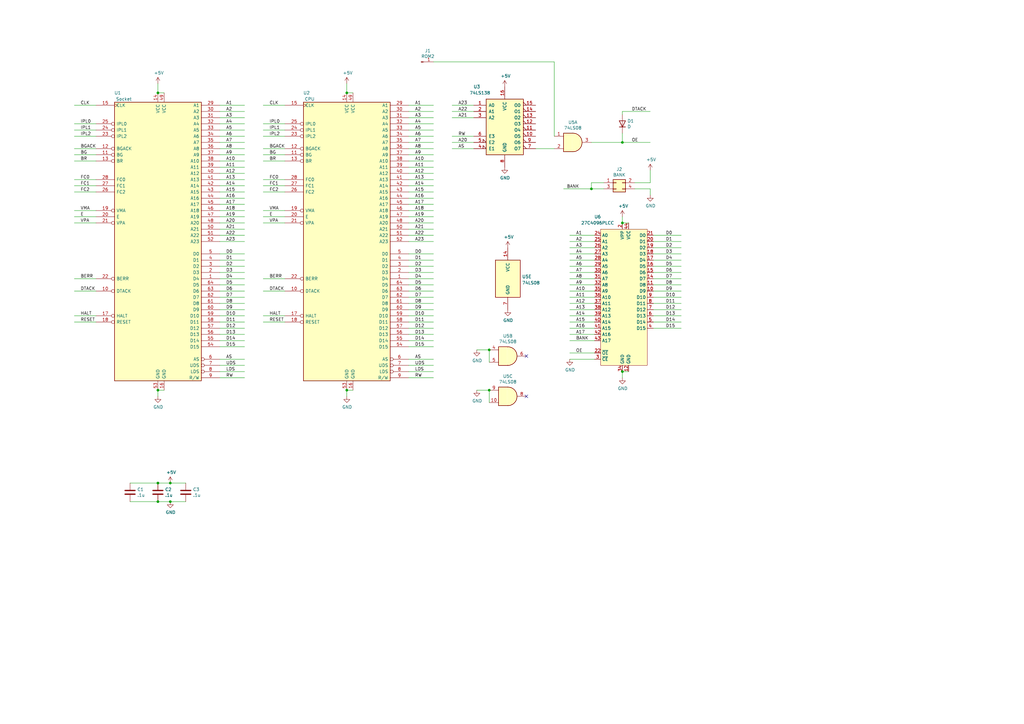
<source format=kicad_sch>
(kicad_sch (version 20211123) (generator eeschema)
  (paper "A3")
  (lib_symbols
    (symbol "256KROM-rescue:27C4096PLCC-simon"
      (property "Reference" "U" (at -10.16 27.94 0))
      (property "Value" "27C4096PLCC-simon" (at 3.81 -30.48 0))
      (symbol "27C4096PLCC-simon_0_1"
        (rectangle (start -10.16 26.67) (end 8.89 -29.21) (fill (type background)))
      )
      (symbol "27C4096PLCC-simon_1_1"
        (pin no_connect line (at 11.43 -19.05 180) (length 2.54) hide (name "NC") (number "1"))
        (pin tri_state line (at 11.43 1.27 180) (length 2.54) (name "D9") (number "10"))
        (pin tri_state line (at 11.43 3.81 180) (length 2.54) (name "D8") (number "11"))
        (pin power_in line (at 1.27 -31.75 90) (length 2.54) (name "GND") (number "12"))
        (pin no_connect line (at 11.43 -21.59 180) (length 2.54) hide (name "NC") (number "13"))
        (pin tri_state line (at 11.43 6.35 180) (length 2.54) (name "D7") (number "14"))
        (pin tri_state line (at 11.43 8.89 180) (length 2.54) (name "D6") (number "15"))
        (pin tri_state line (at 11.43 11.43 180) (length 2.54) (name "D5") (number "16"))
        (pin tri_state line (at 11.43 13.97 180) (length 2.54) (name "D4") (number "17"))
        (pin tri_state line (at 11.43 16.51 180) (length 2.54) (name "D3") (number "18"))
        (pin tri_state line (at 11.43 19.05 180) (length 2.54) (name "D2") (number "19"))
        (pin power_in line (at -1.27 29.21 270) (length 2.54) (name "VPP") (number "2"))
        (pin tri_state line (at 11.43 21.59 180) (length 2.54) (name "D1") (number "20"))
        (pin tri_state line (at 11.43 24.13 180) (length 2.54) (name "D0") (number "21"))
        (pin input line (at -12.7 -24.13 0) (length 2.54) (name "~{OE}") (number "22"))
        (pin no_connect line (at 11.43 -24.13 180) (length 2.54) hide (name "NC") (number "23"))
        (pin input line (at -12.7 24.13 0) (length 2.54) (name "A0") (number "24"))
        (pin input line (at -12.7 21.59 0) (length 2.54) (name "A1") (number "25"))
        (pin input line (at -12.7 19.05 0) (length 2.54) (name "A2") (number "26"))
        (pin input line (at -12.7 16.51 0) (length 2.54) (name "A3") (number "27"))
        (pin input line (at -12.7 13.97 0) (length 2.54) (name "A4") (number "28"))
        (pin input line (at -12.7 11.43 0) (length 2.54) (name "A5") (number "29"))
        (pin input line (at -12.7 -26.67 0) (length 2.54) (name "~{CE}") (number "3"))
        (pin input line (at -12.7 8.89 0) (length 2.54) (name "A6") (number "30"))
        (pin input line (at -12.7 6.35 0) (length 2.54) (name "A7") (number "31"))
        (pin input line (at -12.7 3.81 0) (length 2.54) (name "A8") (number "32"))
        (pin no_connect line (at 11.43 -26.67 180) (length 2.54) hide (name "NC") (number "33"))
        (pin power_in line (at -1.27 -31.75 90) (length 2.54) (name "GND") (number "34"))
        (pin input line (at -12.7 1.27 0) (length 2.54) (name "A9") (number "35"))
        (pin input line (at -12.7 -1.27 0) (length 2.54) (name "A10") (number "36"))
        (pin input line (at -12.7 -3.81 0) (length 2.54) (name "A11") (number "37"))
        (pin input line (at -12.7 -6.35 0) (length 2.54) (name "A12") (number "38"))
        (pin input line (at -12.7 -8.89 0) (length 2.54) (name "A13") (number "39"))
        (pin tri_state line (at 11.43 -13.97 180) (length 2.54) (name "D15") (number "4"))
        (pin input line (at -12.7 -11.43 0) (length 2.54) (name "A14") (number "40"))
        (pin input line (at -12.7 -13.97 0) (length 2.54) (name "A15") (number "41"))
        (pin input line (at -12.7 -16.51 0) (length 2.54) (name "A16") (number "42"))
        (pin input line (at -12.7 -19.05 0) (length 2.54) (name "A17") (number "43"))
        (pin power_in line (at 1.27 29.21 270) (length 2.54) (name "VCC") (number "44"))
        (pin tri_state line (at 11.43 -11.43 180) (length 2.54) (name "D14") (number "5"))
        (pin tri_state line (at 11.43 -8.89 180) (length 2.54) (name "D13") (number "6"))
        (pin tri_state line (at 11.43 -6.35 180) (length 2.54) (name "D12") (number "7"))
        (pin tri_state line (at 11.43 -3.81 180) (length 2.54) (name "D11") (number "8"))
        (pin tri_state line (at 11.43 -1.27 180) (length 2.54) (name "D10") (number "9"))
      )
    )
    (symbol "74xx:74LS08" (pin_names (offset 1.016))
      (property "Reference" "U" (at 0 1.27 0))
      (property "Value" "74LS08" (at 0 -1.27 0))
      (symbol "74LS08_1_1"
        (arc (start 0 -3.81) (mid 3.81 0) (end 0 3.81) (stroke (width 0.254)) (fill (type background)))
        (polyline (pts (xy 0 3.81) (xy -3.81 3.81) (xy -3.81 -3.81) (xy 0 -3.81)) (stroke (width 0.254)) (fill (type background)))
        (pin input line (at -7.62 2.54 0) (length 3.81) (name "~") (number "1"))
        (pin input line (at -7.62 -2.54 0) (length 3.81) (name "~") (number "2"))
        (pin output line (at 7.62 0 180) (length 3.81) (name "~") (number "3"))
      )
      (symbol "74LS08_1_2"
        (arc (start -3.81 -3.81) (mid -2.589 0) (end -3.81 3.81) (stroke (width 0.254)))
        (arc (start -0.6096 -3.81) (mid 2.1842 -2.5851) (end 3.81 0) (stroke (width 0.254)) (fill (type background)))
        (polyline (pts (xy -3.81 -3.81) (xy -0.635 -3.81)) (stroke (width 0.254)) (fill (type background)))
        (polyline (pts (xy -3.81 3.81) (xy -0.635 3.81)) (stroke (width 0.254)) (fill (type background)))
        (polyline (pts (xy -0.635 3.81) (xy -3.81 3.81) (xy -3.81 3.81) (xy -3.556 3.4036) (xy -3.0226 2.2606) (xy -2.6924 1.0414) (xy -2.6162 -0.254) (xy -2.7686 -1.4986) (xy -3.175 -2.7178) (xy -3.81 -3.81) (xy -3.81 -3.81) (xy -0.635 -3.81)) (stroke (width -25.4)) (fill (type background)))
        (arc (start 3.81 0) (mid 2.1915 2.5936) (end -0.6096 3.81) (stroke (width 0.254)) (fill (type background)))
        (pin input inverted (at -7.62 2.54 0) (length 4.318) (name "~") (number "1"))
        (pin input inverted (at -7.62 -2.54 0) (length 4.318) (name "~") (number "2"))
        (pin output inverted (at 7.62 0 180) (length 3.81) (name "~") (number "3"))
      )
      (symbol "74LS08_2_1"
        (arc (start 0 -3.81) (mid 3.81 0) (end 0 3.81) (stroke (width 0.254)) (fill (type background)))
        (polyline (pts (xy 0 3.81) (xy -3.81 3.81) (xy -3.81 -3.81) (xy 0 -3.81)) (stroke (width 0.254)) (fill (type background)))
        (pin input line (at -7.62 2.54 0) (length 3.81) (name "~") (number "4"))
        (pin input line (at -7.62 -2.54 0) (length 3.81) (name "~") (number "5"))
        (pin output line (at 7.62 0 180) (length 3.81) (name "~") (number "6"))
      )
      (symbol "74LS08_2_2"
        (arc (start -3.81 -3.81) (mid -2.589 0) (end -3.81 3.81) (stroke (width 0.254)))
        (arc (start -0.6096 -3.81) (mid 2.1842 -2.5851) (end 3.81 0) (stroke (width 0.254)) (fill (type background)))
        (polyline (pts (xy -3.81 -3.81) (xy -0.635 -3.81)) (stroke (width 0.254)) (fill (type background)))
        (polyline (pts (xy -3.81 3.81) (xy -0.635 3.81)) (stroke (width 0.254)) (fill (type background)))
        (polyline (pts (xy -0.635 3.81) (xy -3.81 3.81) (xy -3.81 3.81) (xy -3.556 3.4036) (xy -3.0226 2.2606) (xy -2.6924 1.0414) (xy -2.6162 -0.254) (xy -2.7686 -1.4986) (xy -3.175 -2.7178) (xy -3.81 -3.81) (xy -3.81 -3.81) (xy -0.635 -3.81)) (stroke (width -25.4)) (fill (type background)))
        (arc (start 3.81 0) (mid 2.1915 2.5936) (end -0.6096 3.81) (stroke (width 0.254)) (fill (type background)))
        (pin input inverted (at -7.62 2.54 0) (length 4.318) (name "~") (number "4"))
        (pin input inverted (at -7.62 -2.54 0) (length 4.318) (name "~") (number "5"))
        (pin output inverted (at 7.62 0 180) (length 3.81) (name "~") (number "6"))
      )
      (symbol "74LS08_3_1"
        (arc (start 0 -3.81) (mid 3.81 0) (end 0 3.81) (stroke (width 0.254)) (fill (type background)))
        (polyline (pts (xy 0 3.81) (xy -3.81 3.81) (xy -3.81 -3.81) (xy 0 -3.81)) (stroke (width 0.254)) (fill (type background)))
        (pin input line (at -7.62 -2.54 0) (length 3.81) (name "~") (number "10"))
        (pin output line (at 7.62 0 180) (length 3.81) (name "~") (number "8"))
        (pin input line (at -7.62 2.54 0) (length 3.81) (name "~") (number "9"))
      )
      (symbol "74LS08_3_2"
        (arc (start -3.81 -3.81) (mid -2.589 0) (end -3.81 3.81) (stroke (width 0.254)))
        (arc (start -0.6096 -3.81) (mid 2.1842 -2.5851) (end 3.81 0) (stroke (width 0.254)) (fill (type background)))
        (polyline (pts (xy -3.81 -3.81) (xy -0.635 -3.81)) (stroke (width 0.254)) (fill (type background)))
        (polyline (pts (xy -3.81 3.81) (xy -0.635 3.81)) (stroke (width 0.254)) (fill (type background)))
        (polyline (pts (xy -0.635 3.81) (xy -3.81 3.81) (xy -3.81 3.81) (xy -3.556 3.4036) (xy -3.0226 2.2606) (xy -2.6924 1.0414) (xy -2.6162 -0.254) (xy -2.7686 -1.4986) (xy -3.175 -2.7178) (xy -3.81 -3.81) (xy -3.81 -3.81) (xy -0.635 -3.81)) (stroke (width -25.4)) (fill (type background)))
        (arc (start 3.81 0) (mid 2.1915 2.5936) (end -0.6096 3.81) (stroke (width 0.254)) (fill (type background)))
        (pin input inverted (at -7.62 -2.54 0) (length 4.318) (name "~") (number "10"))
        (pin output inverted (at 7.62 0 180) (length 3.81) (name "~") (number "8"))
        (pin input inverted (at -7.62 2.54 0) (length 4.318) (name "~") (number "9"))
      )
      (symbol "74LS08_4_1"
        (arc (start 0 -3.81) (mid 3.81 0) (end 0 3.81) (stroke (width 0.254)) (fill (type background)))
        (polyline (pts (xy 0 3.81) (xy -3.81 3.81) (xy -3.81 -3.81) (xy 0 -3.81)) (stroke (width 0.254)) (fill (type background)))
        (pin output line (at 7.62 0 180) (length 3.81) (name "~") (number "11"))
        (pin input line (at -7.62 2.54 0) (length 3.81) (name "~") (number "12"))
        (pin input line (at -7.62 -2.54 0) (length 3.81) (name "~") (number "13"))
      )
      (symbol "74LS08_4_2"
        (arc (start -3.81 -3.81) (mid -2.589 0) (end -3.81 3.81) (stroke (width 0.254)))
        (arc (start -0.6096 -3.81) (mid 2.1842 -2.5851) (end 3.81 0) (stroke (width 0.254)) (fill (type background)))
        (polyline (pts (xy -3.81 -3.81) (xy -0.635 -3.81)) (stroke (width 0.254)) (fill (type background)))
        (polyline (pts (xy -3.81 3.81) (xy -0.635 3.81)) (stroke (width 0.254)) (fill (type background)))
        (polyline (pts (xy -0.635 3.81) (xy -3.81 3.81) (xy -3.81 3.81) (xy -3.556 3.4036) (xy -3.0226 2.2606) (xy -2.6924 1.0414) (xy -2.6162 -0.254) (xy -2.7686 -1.4986) (xy -3.175 -2.7178) (xy -3.81 -3.81) (xy -3.81 -3.81) (xy -0.635 -3.81)) (stroke (width -25.4)) (fill (type background)))
        (arc (start 3.81 0) (mid 2.1915 2.5936) (end -0.6096 3.81) (stroke (width 0.254)) (fill (type background)))
        (pin output inverted (at 7.62 0 180) (length 3.81) (name "~") (number "11"))
        (pin input inverted (at -7.62 2.54 0) (length 4.318) (name "~") (number "12"))
        (pin input inverted (at -7.62 -2.54 0) (length 4.318) (name "~") (number "13"))
      )
      (symbol "74LS08_5_0"
        (pin power_in line (at 0 12.7 270) (length 5.08) (name "VCC") (number "14"))
        (pin power_in line (at 0 -12.7 90) (length 5.08) (name "GND") (number "7"))
      )
      (symbol "74LS08_5_1"
        (rectangle (start -5.08 7.62) (end 5.08 -7.62) (stroke (width 0.254)) (fill (type background)))
      )
    )
    (symbol "74xx:74LS138" (pin_names (offset 1.016))
      (property "Reference" "U" (at -7.62 11.43 0))
      (property "Value" "74LS138" (at -7.62 -13.97 0))
      (symbol "74LS138_1_0"
        (pin input line (at -12.7 7.62 0) (length 5.08) (name "A0") (number "1"))
        (pin output output_low (at 12.7 -5.08 180) (length 5.08) (name "O5") (number "10"))
        (pin output output_low (at 12.7 -2.54 180) (length 5.08) (name "O4") (number "11"))
        (pin output output_low (at 12.7 0 180) (length 5.08) (name "O3") (number "12"))
        (pin output output_low (at 12.7 2.54 180) (length 5.08) (name "O2") (number "13"))
        (pin output output_low (at 12.7 5.08 180) (length 5.08) (name "O1") (number "14"))
        (pin output output_low (at 12.7 7.62 180) (length 5.08) (name "O0") (number "15"))
        (pin power_in line (at 0 15.24 270) (length 5.08) (name "VCC") (number "16"))
        (pin input line (at -12.7 5.08 0) (length 5.08) (name "A1") (number "2"))
        (pin input line (at -12.7 2.54 0) (length 5.08) (name "A2") (number "3"))
        (pin input input_low (at -12.7 -10.16 0) (length 5.08) (name "E1") (number "4"))
        (pin input input_low (at -12.7 -7.62 0) (length 5.08) (name "E2") (number "5"))
        (pin input line (at -12.7 -5.08 0) (length 5.08) (name "E3") (number "6"))
        (pin output output_low (at 12.7 -10.16 180) (length 5.08) (name "O7") (number "7"))
        (pin power_in line (at 0 -17.78 90) (length 5.08) (name "GND") (number "8"))
        (pin output output_low (at 12.7 -7.62 180) (length 5.08) (name "O6") (number "9"))
      )
      (symbol "74LS138_1_1"
        (rectangle (start -7.62 10.16) (end 7.62 -12.7) (stroke (width 0.254)) (fill (type background)))
      )
    )
    (symbol "CPU_NXP_68000:68000D" (pin_names (offset 0.762))
      (property "Reference" "U" (at 0 2.54 0))
      (property "Value" "68000D" (at 0 -3.81 0))
      (symbol "68000D_0_1"
        (rectangle (start -17.78 57.15) (end 17.78 -57.15) (stroke (width 0.254)) (fill (type background)))
      )
      (symbol "68000D_1_1"
        (pin bidirectional line (at 25.4 -15.24 180) (length 7.62) (name "D4") (number "1"))
        (pin input inverted (at -25.4 -20.32 0) (length 7.62) (name "DTACK") (number "10"))
        (pin output inverted (at -25.4 35.56 0) (length 7.62) (name "BG") (number "11"))
        (pin input inverted (at -25.4 38.1 0) (length 7.62) (name "BGACK") (number "12"))
        (pin input inverted (at -25.4 33.02 0) (length 7.62) (name "BR") (number "13"))
        (pin power_in line (at 0 60.96 270) (length 3.81) (name "VCC") (number "14"))
        (pin input clock (at -25.4 55.88 0) (length 7.62) (name "CLK") (number "15"))
        (pin power_in line (at 2.54 -60.96 90) (length 3.81) (name "GND") (number "16"))
        (pin bidirectional inverted (at -25.4 -30.48 0) (length 7.62) (name "HALT") (number "17"))
        (pin bidirectional inverted (at -25.4 -33.02 0) (length 7.62) (name "RESET") (number "18"))
        (pin output inverted (at -25.4 12.7 0) (length 7.62) (name "VMA") (number "19"))
        (pin bidirectional line (at 25.4 -12.7 180) (length 7.62) (name "D3") (number "2"))
        (pin output line (at -25.4 10.16 0) (length 7.62) (name "E") (number "20"))
        (pin input inverted (at -25.4 7.62 0) (length 7.62) (name "VPA") (number "21"))
        (pin input inverted (at -25.4 -15.24 0) (length 7.62) (name "BERR") (number "22"))
        (pin input inverted (at -25.4 43.18 0) (length 7.62) (name "IPL2") (number "23"))
        (pin input inverted (at -25.4 45.72 0) (length 7.62) (name "IPL1") (number "24"))
        (pin input inverted (at -25.4 48.26 0) (length 7.62) (name "IPL0") (number "25"))
        (pin output line (at -25.4 20.32 0) (length 7.62) (name "FC2") (number "26"))
        (pin output line (at -25.4 22.86 0) (length 7.62) (name "FC1") (number "27"))
        (pin output line (at -25.4 25.4 0) (length 7.62) (name "FC0") (number "28"))
        (pin output line (at 25.4 55.88 180) (length 7.62) (name "A1") (number "29"))
        (pin bidirectional line (at 25.4 -10.16 180) (length 7.62) (name "D2") (number "3"))
        (pin output line (at 25.4 53.34 180) (length 7.62) (name "A2") (number "30"))
        (pin output line (at 25.4 50.8 180) (length 7.62) (name "A3") (number "31"))
        (pin output line (at 25.4 48.26 180) (length 7.62) (name "A4") (number "32"))
        (pin output line (at 25.4 45.72 180) (length 7.62) (name "A5") (number "33"))
        (pin output line (at 25.4 43.18 180) (length 7.62) (name "A6") (number "34"))
        (pin output line (at 25.4 40.64 180) (length 7.62) (name "A7") (number "35"))
        (pin output line (at 25.4 38.1 180) (length 7.62) (name "A8") (number "36"))
        (pin output line (at 25.4 35.56 180) (length 7.62) (name "A9") (number "37"))
        (pin output line (at 25.4 33.02 180) (length 7.62) (name "A10") (number "38"))
        (pin output line (at 25.4 30.48 180) (length 7.62) (name "A11") (number "39"))
        (pin bidirectional line (at 25.4 -7.62 180) (length 7.62) (name "D1") (number "4"))
        (pin output line (at 25.4 27.94 180) (length 7.62) (name "A12") (number "40"))
        (pin output line (at 25.4 25.4 180) (length 7.62) (name "A13") (number "41"))
        (pin output line (at 25.4 22.86 180) (length 7.62) (name "A14") (number "42"))
        (pin output line (at 25.4 20.32 180) (length 7.62) (name "A15") (number "43"))
        (pin output line (at 25.4 17.78 180) (length 7.62) (name "A16") (number "44"))
        (pin output line (at 25.4 15.24 180) (length 7.62) (name "A17") (number "45"))
        (pin output line (at 25.4 12.7 180) (length 7.62) (name "A18") (number "46"))
        (pin output line (at 25.4 10.16 180) (length 7.62) (name "A19") (number "47"))
        (pin output line (at 25.4 7.62 180) (length 7.62) (name "A20") (number "48"))
        (pin power_in line (at 2.54 60.96 270) (length 3.81) (name "VCC") (number "49"))
        (pin bidirectional line (at 25.4 -5.08 180) (length 7.62) (name "D0") (number "5"))
        (pin output line (at 25.4 5.08 180) (length 7.62) (name "A21") (number "50"))
        (pin output line (at 25.4 2.54 180) (length 7.62) (name "A22") (number "51"))
        (pin output line (at 25.4 0 180) (length 7.62) (name "A23") (number "52"))
        (pin power_in line (at 0 -60.96 90) (length 3.81) (name "GND") (number "53"))
        (pin bidirectional line (at 25.4 -43.18 180) (length 7.62) (name "D15") (number "54"))
        (pin bidirectional line (at 25.4 -40.64 180) (length 7.62) (name "D14") (number "55"))
        (pin bidirectional line (at 25.4 -38.1 180) (length 7.62) (name "D13") (number "56"))
        (pin bidirectional line (at 25.4 -35.56 180) (length 7.62) (name "D12") (number "57"))
        (pin bidirectional line (at 25.4 -33.02 180) (length 7.62) (name "D11") (number "58"))
        (pin bidirectional line (at 25.4 -30.48 180) (length 7.62) (name "D10") (number "59"))
        (pin output inverted (at 25.4 -48.26 180) (length 7.62) (name "AS") (number "6"))
        (pin bidirectional line (at 25.4 -27.94 180) (length 7.62) (name "D9") (number "60"))
        (pin bidirectional line (at 25.4 -25.4 180) (length 7.62) (name "D8") (number "61"))
        (pin bidirectional line (at 25.4 -22.86 180) (length 7.62) (name "D7") (number "62"))
        (pin bidirectional line (at 25.4 -20.32 180) (length 7.62) (name "D6") (number "63"))
        (pin bidirectional line (at 25.4 -17.78 180) (length 7.62) (name "D5") (number "64"))
        (pin output inverted (at 25.4 -50.8 180) (length 7.62) (name "UDS") (number "7"))
        (pin output inverted (at 25.4 -53.34 180) (length 7.62) (name "LDS") (number "8"))
        (pin output line (at 25.4 -55.88 180) (length 7.62) (name "R/W") (number "9"))
      )
    )
    (symbol "Connector:Conn_01x01_Male" (pin_names (offset 1.016) hide)
      (property "Reference" "J" (at 0 2.54 0))
      (property "Value" "Conn_01x01_Male" (at 0 -2.54 0))
      (symbol "Conn_01x01_Male_1_1"
        (polyline (pts (xy 1.27 0) (xy 0.8636 0)) (stroke (width 0.1524)))
        (rectangle (start 0.8636 0.127) (end 0 -0.127) (stroke (width 0.1524)) (fill (type outline)))
        (pin passive line (at 5.08 0 180) (length 3.81) (name "Pin_1") (number "1"))
      )
    )
    (symbol "Connector_Generic:Conn_02x02_Odd_Even" (pin_names (offset 1.016) hide)
      (property "Reference" "J" (at 1.27 2.54 0))
      (property "Value" "Conn_02x02_Odd_Even" (at 1.27 -5.08 0))
      (symbol "Conn_02x02_Odd_Even_1_1"
        (rectangle (start -1.27 -2.413) (end 0 -2.667) (stroke (width 0.1524)))
        (rectangle (start -1.27 0.127) (end 0 -0.127) (stroke (width 0.1524)))
        (rectangle (start -1.27 1.27) (end 3.81 -3.81) (stroke (width 0.254)) (fill (type background)))
        (rectangle (start 3.81 -2.413) (end 2.54 -2.667) (stroke (width 0.1524)))
        (rectangle (start 3.81 0.127) (end 2.54 -0.127) (stroke (width 0.1524)))
        (pin passive line (at -5.08 0 0) (length 3.81) (name "Pin_1") (number "1"))
        (pin passive line (at 7.62 0 180) (length 3.81) (name "Pin_2") (number "2"))
        (pin passive line (at -5.08 -2.54 0) (length 3.81) (name "Pin_3") (number "3"))
        (pin passive line (at 7.62 -2.54 180) (length 3.81) (name "Pin_4") (number "4"))
      )
    )
    (symbol "Device:C" (pin_numbers hide) (pin_names (offset 0.254))
      (property "Reference" "C" (at 0.635 2.54 0))
      (property "Value" "C" (at 0.635 -2.54 0))
      (symbol "C_0_1"
        (polyline (pts (xy -2.032 -0.762) (xy 2.032 -0.762)) (stroke (width 0.508)))
        (polyline (pts (xy -2.032 0.762) (xy 2.032 0.762)) (stroke (width 0.508)))
      )
      (symbol "C_1_1"
        (pin passive line (at 0 3.81 270) (length 2.794) (name "~") (number "1"))
        (pin passive line (at 0 -3.81 90) (length 2.794) (name "~") (number "2"))
      )
    )
    (symbol "Device:D" (pin_numbers hide) (pin_names (offset 1.016) hide)
      (property "Reference" "D" (at 0 2.54 0))
      (property "Value" "D" (at 0 -2.54 0))
      (symbol "D_0_1"
        (polyline (pts (xy -1.27 1.27) (xy -1.27 -1.27)) (stroke (width 0.254)))
        (polyline (pts (xy 1.27 0) (xy -1.27 0)))
        (polyline (pts (xy 1.27 1.27) (xy 1.27 -1.27) (xy -1.27 0) (xy 1.27 1.27)) (stroke (width 0.254)))
      )
      (symbol "D_1_1"
        (pin passive line (at -3.81 0 0) (length 2.54) (name "K") (number "1"))
        (pin passive line (at 3.81 0 180) (length 2.54) (name "A") (number "2"))
      )
    )
    (symbol "power:+5V" (power) (pin_names (offset 0))
      (property "Value" "+5V" (at 0 3.556 0))
      (symbol "+5V_0_1"
        (polyline (pts (xy -0.762 1.27) (xy 0 2.54)))
        (polyline (pts (xy 0 0) (xy 0 2.54)))
        (polyline (pts (xy 0 2.54) (xy 0.762 1.27)))
      )
      (symbol "+5V_1_1"
        (pin power_in line (at 0 0 90) (length 0) hide (name "+5V") (number "1"))
      )
    )
    (symbol "power:GND" (power) (pin_names (offset 0))
      (property "Value" "GND" (at 0 -3.81 0))
      (symbol "GND_0_1"
        (polyline (pts (xy 0 0) (xy 0 -1.27) (xy 1.27 -1.27) (xy 0 -2.54) (xy -1.27 -1.27) (xy 0 -1.27)))
      )
      (symbol "GND_1_1"
        (pin power_in line (at 0 0 270) (length 0) hide (name "GND") (number "1"))
      )
    )
  )
  (junction (at 64.77 38.1))
  (junction (at 64.77 160.02))
  (junction (at 255.27 58.42))
  (junction (at 142.24 160.02))
  (junction (at 64.77 198.12))
  (junction (at 255.27 152.4))
  (junction (at 200.66 160.02))
  (junction (at 255.27 91.44))
  (junction (at 142.24 38.1))
  (junction (at 200.66 143.51))
  (junction (at 69.85 198.12))
  (junction (at 64.77 205.74))
  (junction (at 242.57 77.47))
  (junction (at 69.85 205.74))
  (no_connect (at 215.9 146.05))
  (no_connect (at 215.9 162.56))
  (wire (pts (xy 90.17 45.72) (xy 100.33 45.72)))
  (wire (pts (xy 227.33 25.4) (xy 227.33 55.88)))
  (wire (pts (xy 167.64 137.16) (xy 177.8 137.16)))
  (wire (pts (xy 167.64 83.82) (xy 177.8 83.82)))
  (wire (pts (xy 90.17 142.24) (xy 100.33 142.24)))
  (wire (pts (xy 90.17 111.76) (xy 100.33 111.76)))
  (wire (pts (xy 167.64 76.2) (xy 177.8 76.2)))
  (wire (pts (xy 267.97 96.52) (xy 279.4 96.52)))
  (wire (pts (xy 243.84 139.7) (xy 233.68 139.7)))
  (wire (pts (xy 243.84 109.22) (xy 233.68 109.22)))
  (wire (pts (xy 39.37 132.08) (xy 30.48 132.08)))
  (wire (pts (xy 167.64 142.24) (xy 177.8 142.24)))
  (wire (pts (xy 167.64 71.12) (xy 177.8 71.12)))
  (wire (pts (xy 243.84 121.92) (xy 233.68 121.92)))
  (wire (pts (xy 39.37 129.54) (xy 30.48 129.54)))
  (wire (pts (xy 90.17 73.66) (xy 100.33 73.66)))
  (wire (pts (xy 194.31 43.18) (xy 185.42 43.18)))
  (wire (pts (xy 167.64 45.72) (xy 177.8 45.72)))
  (wire (pts (xy 194.31 45.72) (xy 185.42 45.72)))
  (wire (pts (xy 64.77 205.74) (xy 53.34 205.74)))
  (wire (pts (xy 167.64 139.7) (xy 177.8 139.7)))
  (wire (pts (xy 144.78 160.02) (xy 142.24 160.02)))
  (wire (pts (xy 167.64 48.26) (xy 177.8 48.26)))
  (wire (pts (xy 167.64 109.22) (xy 177.8 109.22)))
  (wire (pts (xy 90.17 109.22) (xy 100.33 109.22)))
  (wire (pts (xy 167.64 106.68) (xy 177.8 106.68)))
  (wire (pts (xy 255.27 54.61) (xy 255.27 58.42)))
  (wire (pts (xy 194.31 60.96) (xy 185.42 60.96)))
  (wire (pts (xy 243.84 101.6) (xy 233.68 101.6)))
  (wire (pts (xy 116.84 86.36) (xy 107.95 86.36)))
  (wire (pts (xy 76.2 205.74) (xy 69.85 205.74)))
  (wire (pts (xy 243.84 104.14) (xy 233.68 104.14)))
  (wire (pts (xy 267.97 116.84) (xy 279.4 116.84)))
  (wire (pts (xy 167.64 63.5) (xy 177.8 63.5)))
  (wire (pts (xy 267.97 104.14) (xy 279.4 104.14)))
  (wire (pts (xy 260.35 74.93) (xy 266.7 74.93)))
  (wire (pts (xy 116.84 114.3) (xy 107.95 114.3)))
  (wire (pts (xy 64.77 162.56) (xy 64.77 160.02)))
  (wire (pts (xy 90.17 147.32) (xy 100.33 147.32)))
  (wire (pts (xy 243.84 119.38) (xy 233.68 119.38)))
  (wire (pts (xy 90.17 91.44) (xy 100.33 91.44)))
  (wire (pts (xy 177.8 25.4) (xy 227.33 25.4)))
  (wire (pts (xy 39.37 91.44) (xy 30.48 91.44)))
  (wire (pts (xy 116.84 73.66) (xy 107.95 73.66)))
  (wire (pts (xy 243.84 124.46) (xy 233.68 124.46)))
  (wire (pts (xy 90.17 139.7) (xy 100.33 139.7)))
  (wire (pts (xy 243.84 106.68) (xy 233.68 106.68)))
  (wire (pts (xy 90.17 124.46) (xy 100.33 124.46)))
  (wire (pts (xy 267.97 111.76) (xy 279.4 111.76)))
  (wire (pts (xy 167.64 127) (xy 177.8 127)))
  (wire (pts (xy 167.64 114.3) (xy 177.8 114.3)))
  (wire (pts (xy 167.64 129.54) (xy 177.8 129.54)))
  (wire (pts (xy 90.17 137.16) (xy 100.33 137.16)))
  (wire (pts (xy 167.64 96.52) (xy 177.8 96.52)))
  (wire (pts (xy 267.97 134.62) (xy 279.4 134.62)))
  (wire (pts (xy 90.17 86.36) (xy 100.33 86.36)))
  (wire (pts (xy 39.37 76.2) (xy 30.48 76.2)))
  (wire (pts (xy 167.64 152.4) (xy 177.8 152.4)))
  (wire (pts (xy 39.37 53.34) (xy 30.48 53.34)))
  (wire (pts (xy 255.27 45.72) (xy 266.7 45.72)))
  (wire (pts (xy 90.17 129.54) (xy 100.33 129.54)))
  (wire (pts (xy 167.64 149.86) (xy 177.8 149.86)))
  (wire (pts (xy 90.17 58.42) (xy 100.33 58.42)))
  (wire (pts (xy 266.7 80.01) (xy 266.7 77.47)))
  (wire (pts (xy 39.37 78.74) (xy 30.48 78.74)))
  (wire (pts (xy 247.65 74.93) (xy 242.57 74.93)))
  (wire (pts (xy 90.17 88.9) (xy 100.33 88.9)))
  (wire (pts (xy 167.64 66.04) (xy 177.8 66.04)))
  (wire (pts (xy 194.31 48.26) (xy 185.42 48.26)))
  (wire (pts (xy 267.97 101.6) (xy 279.4 101.6)))
  (wire (pts (xy 90.17 63.5) (xy 100.33 63.5)))
  (wire (pts (xy 90.17 99.06) (xy 100.33 99.06)))
  (wire (pts (xy 242.57 74.93) (xy 242.57 77.47)))
  (wire (pts (xy 167.64 132.08) (xy 177.8 132.08)))
  (wire (pts (xy 116.84 60.96) (xy 107.95 60.96)))
  (wire (pts (xy 257.81 91.44) (xy 255.27 91.44)))
  (wire (pts (xy 194.31 58.42) (xy 185.42 58.42)))
  (wire (pts (xy 167.64 50.8) (xy 177.8 50.8)))
  (wire (pts (xy 90.17 81.28) (xy 100.33 81.28)))
  (wire (pts (xy 267.97 119.38) (xy 279.4 119.38)))
  (wire (pts (xy 90.17 55.88) (xy 100.33 55.88)))
  (wire (pts (xy 167.64 111.76) (xy 177.8 111.76)))
  (wire (pts (xy 243.84 132.08) (xy 233.68 132.08)))
  (wire (pts (xy 242.57 77.47) (xy 247.65 77.47)))
  (wire (pts (xy 142.24 34.29) (xy 142.24 38.1)))
  (wire (pts (xy 167.64 86.36) (xy 177.8 86.36)))
  (wire (pts (xy 90.17 116.84) (xy 100.33 116.84)))
  (wire (pts (xy 167.64 43.18) (xy 177.8 43.18)))
  (wire (pts (xy 116.84 91.44) (xy 107.95 91.44)))
  (wire (pts (xy 255.27 152.4) (xy 257.81 152.4)))
  (wire (pts (xy 167.64 116.84) (xy 177.8 116.84)))
  (wire (pts (xy 90.17 132.08) (xy 100.33 132.08)))
  (wire (pts (xy 90.17 149.86) (xy 100.33 149.86)))
  (wire (pts (xy 90.17 127) (xy 100.33 127)))
  (wire (pts (xy 167.64 99.06) (xy 177.8 99.06)))
  (wire (pts (xy 39.37 114.3) (xy 30.48 114.3)))
  (wire (pts (xy 39.37 73.66) (xy 30.48 73.66)))
  (wire (pts (xy 167.64 93.98) (xy 177.8 93.98)))
  (wire (pts (xy 255.27 91.44) (xy 255.27 88.9)))
  (wire (pts (xy 116.84 43.18) (xy 107.95 43.18)))
  (wire (pts (xy 219.71 60.96) (xy 227.33 60.96)))
  (wire (pts (xy 167.64 88.9) (xy 177.8 88.9)))
  (wire (pts (xy 116.84 132.08) (xy 107.95 132.08)))
  (wire (pts (xy 167.64 60.96) (xy 177.8 60.96)))
  (wire (pts (xy 267.97 124.46) (xy 279.4 124.46)))
  (wire (pts (xy 167.64 58.42) (xy 177.8 58.42)))
  (wire (pts (xy 167.64 68.58) (xy 177.8 68.58)))
  (wire (pts (xy 90.17 76.2) (xy 100.33 76.2)))
  (wire (pts (xy 167.64 124.46) (xy 177.8 124.46)))
  (wire (pts (xy 90.17 50.8) (xy 100.33 50.8)))
  (wire (pts (xy 243.84 99.06) (xy 233.68 99.06)))
  (wire (pts (xy 90.17 119.38) (xy 100.33 119.38)))
  (wire (pts (xy 116.84 76.2) (xy 107.95 76.2)))
  (wire (pts (xy 116.84 55.88) (xy 107.95 55.88)))
  (wire (pts (xy 90.17 83.82) (xy 100.33 83.82)))
  (wire (pts (xy 53.34 198.12) (xy 64.77 198.12)))
  (wire (pts (xy 64.77 34.29) (xy 64.77 38.1)))
  (wire (pts (xy 267.97 106.68) (xy 279.4 106.68)))
  (wire (pts (xy 200.66 165.1) (xy 200.66 160.02)))
  (wire (pts (xy 167.64 91.44) (xy 177.8 91.44)))
  (wire (pts (xy 243.84 144.78) (xy 233.68 144.78)))
  (wire (pts (xy 116.84 129.54) (xy 107.95 129.54)))
  (wire (pts (xy 194.31 55.88) (xy 185.42 55.88)))
  (wire (pts (xy 266.7 74.93) (xy 266.7 69.85)))
  (wire (pts (xy 266.7 77.47) (xy 260.35 77.47)))
  (wire (pts (xy 90.17 106.68) (xy 100.33 106.68)))
  (wire (pts (xy 39.37 63.5) (xy 30.48 63.5)))
  (wire (pts (xy 167.64 104.14) (xy 177.8 104.14)))
  (wire (pts (xy 243.84 114.3) (xy 233.68 114.3)))
  (wire (pts (xy 39.37 55.88) (xy 30.48 55.88)))
  (wire (pts (xy 116.84 63.5) (xy 107.95 63.5)))
  (wire (pts (xy 90.17 78.74) (xy 100.33 78.74)))
  (wire (pts (xy 195.58 143.51) (xy 200.66 143.51)))
  (wire (pts (xy 255.27 45.72) (xy 255.27 46.99)))
  (wire (pts (xy 243.84 116.84) (xy 233.68 116.84)))
  (wire (pts (xy 116.84 88.9) (xy 107.95 88.9)))
  (wire (pts (xy 167.64 53.34) (xy 177.8 53.34)))
  (wire (pts (xy 142.24 160.02) (xy 142.24 162.56)))
  (wire (pts (xy 90.17 96.52) (xy 100.33 96.52)))
  (wire (pts (xy 64.77 160.02) (xy 67.31 160.02)))
  (wire (pts (xy 39.37 88.9) (xy 30.48 88.9)))
  (wire (pts (xy 69.85 205.74) (xy 64.77 205.74)))
  (wire (pts (xy 243.84 147.32) (xy 233.68 147.32)))
  (wire (pts (xy 167.64 81.28) (xy 177.8 81.28)))
  (wire (pts (xy 116.84 119.38) (xy 107.95 119.38)))
  (wire (pts (xy 267.97 127) (xy 279.4 127)))
  (wire (pts (xy 39.37 60.96) (xy 30.48 60.96)))
  (wire (pts (xy 243.84 127) (xy 233.68 127)))
  (wire (pts (xy 90.17 43.18) (xy 100.33 43.18)))
  (wire (pts (xy 167.64 134.62) (xy 177.8 134.62)))
  (wire (pts (xy 116.84 78.74) (xy 107.95 78.74)))
  (wire (pts (xy 255.27 152.4) (xy 255.27 154.94)))
  (wire (pts (xy 64.77 198.12) (xy 69.85 198.12)))
  (wire (pts (xy 200.66 143.51) (xy 200.66 148.59)))
  (wire (pts (xy 90.17 104.14) (xy 100.33 104.14)))
  (wire (pts (xy 90.17 53.34) (xy 100.33 53.34)))
  (wire (pts (xy 243.84 96.52) (xy 233.68 96.52)))
  (wire (pts (xy 116.84 66.04) (xy 107.95 66.04)))
  (wire (pts (xy 90.17 152.4) (xy 100.33 152.4)))
  (wire (pts (xy 243.84 111.76) (xy 233.68 111.76)))
  (wire (pts (xy 167.64 119.38) (xy 177.8 119.38)))
  (wire (pts (xy 167.64 121.92) (xy 177.8 121.92)))
  (wire (pts (xy 90.17 134.62) (xy 100.33 134.62)))
  (wire (pts (xy 116.84 50.8) (xy 107.95 50.8)))
  (wire (pts (xy 90.17 71.12) (xy 100.33 71.12)))
  (wire (pts (xy 64.77 38.1) (xy 67.31 38.1)))
  (wire (pts (xy 167.64 154.94) (xy 177.8 154.94)))
  (wire (pts (xy 167.64 55.88) (xy 177.8 55.88)))
  (wire (pts (xy 90.17 68.58) (xy 100.33 68.58)))
  (wire (pts (xy 243.84 134.62) (xy 233.68 134.62)))
  (wire (pts (xy 90.17 114.3) (xy 100.33 114.3)))
  (wire (pts (xy 90.17 48.26) (xy 100.33 48.26)))
  (wire (pts (xy 267.97 99.06) (xy 279.4 99.06)))
  (wire (pts (xy 243.84 137.16) (xy 233.68 137.16)))
  (wire (pts (xy 267.97 129.54) (xy 279.4 129.54)))
  (wire (pts (xy 255.27 58.42) (xy 266.7 58.42)))
  (wire (pts (xy 142.24 38.1) (xy 144.78 38.1)))
  (wire (pts (xy 267.97 109.22) (xy 279.4 109.22)))
  (wire (pts (xy 90.17 93.98) (xy 100.33 93.98)))
  (wire (pts (xy 242.57 77.47) (xy 231.14 77.47)))
  (wire (pts (xy 90.17 154.94) (xy 100.33 154.94)))
  (wire (pts (xy 90.17 121.92) (xy 100.33 121.92)))
  (wire (pts (xy 267.97 114.3) (xy 279.4 114.3)))
  (wire (pts (xy 167.64 78.74) (xy 177.8 78.74)))
  (wire (pts (xy 90.17 66.04) (xy 100.33 66.04)))
  (wire (pts (xy 69.85 198.12) (xy 76.2 198.12)))
  (wire (pts (xy 39.37 50.8) (xy 30.48 50.8)))
  (wire (pts (xy 243.84 129.54) (xy 233.68 129.54)))
  (wire (pts (xy 195.58 160.02) (xy 200.66 160.02)))
  (wire (pts (xy 267.97 132.08) (xy 279.4 132.08)))
  (wire (pts (xy 242.57 58.42) (xy 255.27 58.42)))
  (wire (pts (xy 90.17 60.96) (xy 100.33 60.96)))
  (wire (pts (xy 267.97 121.92) (xy 279.4 121.92)))
  (wire (pts (xy 39.37 66.04) (xy 30.48 66.04)))
  (wire (pts (xy 39.37 43.18) (xy 30.48 43.18)))
  (wire (pts (xy 167.64 73.66) (xy 177.8 73.66)))
  (wire (pts (xy 167.64 147.32) (xy 177.8 147.32)))
  (wire (pts (xy 39.37 119.38) (xy 30.48 119.38)))
  (wire (pts (xy 116.84 53.34) (xy 107.95 53.34)))
  (wire (pts (xy 39.37 86.36) (xy 30.48 86.36)))
  (label "A10" (at 170.18 66.04 0))
  (label "A22" (at 92.71 96.52 0))
  (label "D14" (at 92.71 139.7 0))
  (label "D13" (at 170.18 137.16 0))
  (label "VMA" (at 110.49 86.36 0))
  (label "BR" (at 33.02 66.04 0))
  (label "A17" (at 236.22 137.16 0))
  (label "D3" (at 170.18 111.76 0))
  (label "D10" (at 273.05 121.92 0))
  (label "A4" (at 170.18 50.8 0))
  (label "D0" (at 92.71 104.14 0))
  (label "DTACK" (at 33.02 119.38 0))
  (label "CLK" (at 110.49 43.18 0))
  (label "D3" (at 273.05 104.14 0))
  (label "D15" (at 170.18 142.24 0))
  (label "BGACK" (at 110.49 60.96 0))
  (label "A15" (at 92.71 78.74 0))
  (label "FC2" (at 33.02 78.74 0))
  (label "IPL2" (at 110.49 55.88 0))
  (label "A12" (at 170.18 71.12 0))
  (label "DTACK" (at 259.08 45.72 0))
  (label "A11" (at 92.71 68.58 0))
  (label "D9" (at 92.71 127 0))
  (label "D4" (at 92.71 114.3 0))
  (label "A20" (at 170.18 91.44 0))
  (label "A19" (at 92.71 88.9 0))
  (label "D5" (at 92.71 116.84 0))
  (label "A23" (at 170.18 99.06 0))
  (label "FC0" (at 110.49 73.66 0))
  (label "D4" (at 273.05 106.68 0))
  (label "A12" (at 92.71 71.12 0))
  (label "A7" (at 170.18 58.42 0))
  (label "A11" (at 236.22 121.92 0))
  (label "A2" (at 170.18 45.72 0))
  (label "BANK" (at 236.22 139.7 0))
  (label "BR" (at 110.49 66.04 0))
  (label "HALT" (at 110.49 129.54 0))
  (label "A15" (at 170.18 78.74 0))
  (label "RW" (at 170.18 154.94 0))
  (label "A13" (at 236.22 127 0))
  (label "A10" (at 236.22 119.38 0))
  (label "A22" (at 187.96 45.72 0))
  (label "A3" (at 92.71 48.26 0))
  (label "D6" (at 92.71 119.38 0))
  (label "A6" (at 170.18 55.88 0))
  (label "A22" (at 170.18 96.52 0))
  (label "DTACK" (at 110.49 119.38 0))
  (label "A1" (at 236.22 96.52 0))
  (label "A23" (at 187.96 43.18 0))
  (label "VPA" (at 110.49 91.44 0))
  (label "A6" (at 92.71 55.88 0))
  (label "A13" (at 92.71 73.66 0))
  (label "IPL0" (at 110.49 50.8 0))
  (label "D9" (at 273.05 119.38 0))
  (label "A7" (at 236.22 111.76 0))
  (label "RW" (at 187.96 55.88 0))
  (label "A16" (at 236.22 134.62 0))
  (label "E" (at 110.49 88.9 0))
  (label "UDS" (at 92.71 149.86 0))
  (label "D8" (at 170.18 124.46 0))
  (label "A13" (at 170.18 73.66 0))
  (label "BERR" (at 33.02 114.3 0))
  (label "D13" (at 273.05 129.54 0))
  (label "BERR" (at 110.49 114.3 0))
  (label "A10" (at 92.71 66.04 0))
  (label "A16" (at 92.71 81.28 0))
  (label "D7" (at 273.05 114.3 0))
  (label "A3" (at 170.18 48.26 0))
  (label "IPL1" (at 110.49 53.34 0))
  (label "D15" (at 273.05 134.62 0))
  (label "D10" (at 170.18 129.54 0))
  (label "A11" (at 170.18 68.58 0))
  (label "A23" (at 92.71 99.06 0))
  (label "D14" (at 273.05 132.08 0))
  (label "RESET" (at 33.02 132.08 0))
  (label "BG" (at 110.49 63.5 0))
  (label "A8" (at 236.22 114.3 0))
  (label "A19" (at 170.18 88.9 0))
  (label "A14" (at 170.18 76.2 0))
  (label "D4" (at 170.18 114.3 0))
  (label "D11" (at 92.71 132.08 0))
  (label "D1" (at 170.18 106.68 0))
  (label "RW" (at 92.71 154.94 0))
  (label "A9" (at 236.22 116.84 0))
  (label "A1" (at 170.18 43.18 0))
  (label "D1" (at 92.71 106.68 0))
  (label "A20" (at 92.71 91.44 0))
  (label "UDS" (at 170.18 149.86 0))
  (label "A5" (at 236.22 106.68 0))
  (label "D8" (at 273.05 116.84 0))
  (label "D6" (at 170.18 119.38 0))
  (label "AS" (at 170.18 147.32 0))
  (label "E" (at 33.02 88.9 0))
  (label "OE" (at 259.08 58.42 0))
  (label "HALT" (at 33.02 129.54 0))
  (label "A9" (at 92.71 63.5 0))
  (label "D13" (at 92.71 137.16 0))
  (label "D2" (at 273.05 101.6 0))
  (label "A17" (at 170.18 83.82 0))
  (label "D5" (at 273.05 109.22 0))
  (label "D0" (at 273.05 96.52 0))
  (label "D10" (at 92.71 129.54 0))
  (label "A4" (at 236.22 104.14 0))
  (label "CLK" (at 33.02 43.18 0))
  (label "A21" (at 170.18 93.98 0))
  (label "A2" (at 92.71 45.72 0))
  (label "D7" (at 170.18 121.92 0))
  (label "FC2" (at 110.49 78.74 0))
  (label "D0" (at 170.18 104.14 0))
  (label "RESET" (at 110.49 132.08 0))
  (label "IPL0" (at 33.02 50.8 0))
  (label "A16" (at 170.18 81.28 0))
  (label "A3" (at 236.22 101.6 0))
  (label "A17" (at 92.71 83.82 0))
  (label "A5" (at 170.18 53.34 0))
  (label "D2" (at 92.71 109.22 0))
  (label "AS" (at 92.71 147.32 0))
  (label "LDS" (at 170.18 152.4 0))
  (label "A21" (at 92.71 93.98 0))
  (label "A9" (at 170.18 63.5 0))
  (label "D12" (at 170.18 134.62 0))
  (label "D12" (at 273.05 127 0))
  (label "FC1" (at 110.49 76.2 0))
  (label "AS" (at 187.96 60.96 0))
  (label "A8" (at 170.18 60.96 0))
  (label "D12" (at 92.71 134.62 0))
  (label "BG" (at 33.02 63.5 0))
  (label "D14" (at 170.18 139.7 0))
  (label "A12" (at 236.22 124.46 0))
  (label "A14" (at 236.22 129.54 0))
  (label "A18" (at 92.71 86.36 0))
  (label "D11" (at 170.18 132.08 0))
  (label "A15" (at 236.22 132.08 0))
  (label "VPA" (at 33.02 91.44 0))
  (label "A6" (at 236.22 109.22 0))
  (label "D5" (at 170.18 116.84 0))
  (label "D8" (at 92.71 124.46 0))
  (label "LDS" (at 92.71 152.4 0))
  (label "BGACK" (at 33.02 60.96 0))
  (label "A2" (at 236.22 99.06 0))
  (label "A7" (at 92.71 58.42 0))
  (label "D1" (at 273.05 99.06 0))
  (label "A18" (at 170.18 86.36 0))
  (label "IPL2" (at 33.02 55.88 0))
  (label "FC1" (at 33.02 76.2 0))
  (label "VMA" (at 33.02 86.36 0))
  (label "D15" (at 92.71 142.24 0))
  (label "D7" (at 92.71 121.92 0))
  (label "A21" (at 187.96 48.26 0))
  (label "A4" (at 92.71 50.8 0))
  (label "D2" (at 170.18 109.22 0))
  (label "A14" (at 92.71 76.2 0))
  (label "OE" (at 236.22 144.78 0))
  (label "IPL1" (at 33.02 53.34 0))
  (label "A8" (at 92.71 60.96 0))
  (label "A1" (at 92.71 43.18 0))
  (label "D3" (at 92.71 111.76 0))
  (label "FC0" (at 33.02 73.66 0))
  (label "A20" (at 187.96 58.42 0))
  (label "BANK" (at 232.41 77.47 0))
  (label "D11" (at 273.05 124.46 0))
  (label "D6" (at 273.05 111.76 0))
  (label "D9" (at 170.18 127 0))
  (label "A5" (at 92.71 53.34 0))
  (symbol (lib_id "CPU_NXP_68000:68000D") (at 64.77 99.06 0) (unit 1)
    (property "Reference" "U1" (at 48.26 38.1 0))
    (property "Value" "Socket" (at 50.8 40.64 0))
    (property "Footprint" "Package_DIP:DIP-64_W22.86mm_LongPads" (effects hide))
    (property "Datasheet" "https://www.nxp.com/docs/en/reference-manual/MC68000UM.pdf" (effects hide))
  )
  (symbol (lib_id "74xx:74LS138") (at 207.01 50.8 0) (unit 1)
    (property "Reference" "U3" (at 195.58 35.56 0))
    (property "Value" "74LS138" (at 196.85 38.1 0))
    (property "Footprint" "Package_SO:SOIC-16_3.9x9.9mm_P1.27mm" (effects hide))
    (property "Datasheet" "http://www.ti.com/lit/gpn/sn74LS138" (effects hide))
  )
  (symbol (lib_id "256KROM-rescue:27C4096PLCC-simon") (at 256.54 120.65 0) (unit 1)
    (property "Reference" "U6" (at 245.11 88.9 0))
    (property "Value" "27C4096PLCC" (at 245.11 91.44 0))
    (property "Footprint" "Package_LCC:PLCC-44_THT-Socket" (effects hide))
  )
  (symbol (lib_id "74xx:74LS08") (at 234.95 58.42 0) (unit 1)
    (property "Reference" "U5" (at 234.95 50.165 0))
    (property "Value" "74LS08" (at 234.95 52.4764 0))
    (property "Footprint" "Package_SO:SOIC-14_3.9x8.7mm_P1.27mm" (effects hide))
    (property "Datasheet" "http://www.ti.com/lit/gpn/sn74LS08" (effects hide))
  )
  (symbol (lib_id "74xx:74LS08") (at 208.28 146.05 0) (unit 2)
    (property "Reference" "U5" (at 208.28 137.795 0))
    (property "Value" "74LS08" (at 208.28 140.1064 0))
    (property "Footprint" "Package_SO:SOIC-14_3.9x8.7mm_P1.27mm" (effects hide))
    (property "Datasheet" "http://www.ti.com/lit/gpn/sn74LS08" (effects hide))
  )
  (symbol (lib_id "74xx:74LS08") (at 208.28 162.56 0) (unit 3)
    (property "Reference" "U5" (at 208.28 154.305 0))
    (property "Value" "74LS08" (at 208.28 156.6164 0))
    (property "Footprint" "Package_SO:SOIC-14_3.9x8.7mm_P1.27mm" (effects hide))
    (property "Datasheet" "http://www.ti.com/lit/gpn/sn74LS08" (effects hide))
  )
  (symbol (lib_id "Device:C") (at 53.34 201.93 0) (unit 1)
    (property "Reference" "C1" (at 56.261 200.7616 0) (effects (justify left)))
    (property "Value" ".1u" (at 56.261 203.073 0) (effects (justify left)))
    (property "Footprint" "Capacitor_SMD:C_0603_1608Metric" (effects hide))
  )
  (symbol (lib_id "Device:C") (at 64.77 201.93 0) (unit 1)
    (property "Reference" "C2" (at 67.691 200.7616 0) (effects (justify left)))
    (property "Value" ".1u" (at 67.691 203.073 0) (effects (justify left)))
    (property "Footprint" "Capacitor_SMD:C_0603_1608Metric" (effects hide))
  )
  (symbol (lib_id "Device:C") (at 76.2 201.93 0) (unit 1)
    (property "Reference" "C3" (at 79.121 200.7616 0) (effects (justify left)))
    (property "Value" ".1u" (at 79.121 203.073 0) (effects (justify left)))
    (property "Footprint" "Capacitor_SMD:C_0603_1608Metric" (effects hide))
  )
  (symbol (lib_id "power:GND") (at 69.85 205.74 0) (unit 1)
    (property "Reference" "#PWR0116" (effects hide))
    (property "Value" "GND" (at 69.977 210.1342 0))
  )
  (symbol (lib_id "power:+5V") (at 69.85 198.12 0) (unit 1)
    (property "Reference" "#PWR0117" (effects hide))
    (property "Value" "+5V" (at 70.231 193.7258 0))
  )
  (symbol (lib_id "CPU_NXP_68000:68000D") (at 142.24 99.06 0) (unit 1)
    (property "Reference" "U2" (at 125.73 38.1 0))
    (property "Value" "CPU" (at 127 40.64 0))
    (property "Footprint" "Package_DIP:DIP-64_W22.86mm_LongPads" (effects hide))
    (property "Datasheet" "https://www.nxp.com/docs/en/reference-manual/MC68000UM.pdf" (effects hide))
  )
  (symbol (lib_id "power:GND") (at 233.68 147.32 0) (unit 1)
    (property "Reference" "#PWR01" (effects hide))
    (property "Value" "GND" (at 233.807 151.7142 0))
  )
  (symbol (lib_id "Device:D") (at 255.27 50.8 90) (unit 1)
    (property "Reference" "D1" (at 257.302 49.6316 90) (effects (justify right)))
    (property "Value" "D" (at 257.302 51.943 90) (effects (justify right)))
    (property "Footprint" "Diode_THT:D_A-405_P7.62mm_Horizontal" (effects hide))
  )
  (symbol (lib_id "power:GND") (at 64.77 162.56 0) (unit 1)
    (property "Reference" "#PWR0101" (effects hide))
    (property "Value" "GND" (at 64.897 166.9542 0))
  )
  (symbol (lib_id "power:GND") (at 142.24 162.56 0) (unit 1)
    (property "Reference" "#PWR0102" (effects hide))
    (property "Value" "GND" (at 142.367 166.9542 0))
  )
  (symbol (lib_id "power:+5V") (at 64.77 34.29 0) (unit 1)
    (property "Reference" "#PWR0103" (effects hide))
    (property "Value" "+5V" (at 65.151 29.8958 0))
  )
  (symbol (lib_id "power:+5V") (at 142.24 34.29 0) (unit 1)
    (property "Reference" "#PWR0104" (effects hide))
    (property "Value" "+5V" (at 142.621 29.8958 0))
  )
  (symbol (lib_id "power:+5V") (at 207.01 35.56 0) (unit 1)
    (property "Reference" "#PWR0105" (effects hide))
    (property "Value" "+5V" (at 207.391 31.1658 0))
  )
  (symbol (lib_id "power:GND") (at 207.01 68.58 0) (unit 1)
    (property "Reference" "#PWR0108" (effects hide))
    (property "Value" "GND" (at 207.137 72.9742 0))
  )
  (symbol (lib_id "Connector:Conn_01x01_Male") (at 172.72 25.4 0) (unit 1)
    (property "Reference" "J1" (at 175.4632 20.8026 0))
    (property "Value" "ROM2" (at 175.4632 23.114 0))
    (property "Footprint" "Connector_PinHeader_2.54mm:PinHeader_1x01_P2.54mm_Horizontal" (effects hide))
  )
  (symbol (lib_id "power:+5V") (at 255.27 88.9 0) (unit 1)
    (property "Reference" "#PWR0112" (effects hide))
    (property "Value" "+5V" (at 255.651 84.5058 0))
  )
  (symbol (lib_id "power:GND") (at 255.27 154.94 0) (unit 1)
    (property "Reference" "#PWR0113" (effects hide))
    (property "Value" "GND" (at 255.397 159.3342 0))
  )
  (symbol (lib_id "Connector_Generic:Conn_02x02_Odd_Even") (at 252.73 74.93 0) (unit 1)
    (property "Reference" "J2" (at 254 69.4182 0))
    (property "Value" "BANK" (at 254 71.7296 0))
    (property "Footprint" "Connector_PinHeader_2.54mm:PinHeader_2x02_P2.54mm_Vertical" (effects hide))
  )
  (symbol (lib_id "power:+5V") (at 266.7 69.85 0) (unit 1)
    (property "Reference" "#PWR0114" (effects hide))
    (property "Value" "+5V" (at 267.081 65.4558 0))
  )
  (symbol (lib_id "power:GND") (at 266.7 80.01 0) (unit 1)
    (property "Reference" "#PWR0115" (effects hide))
    (property "Value" "GND" (at 266.827 84.4042 0))
  )
  (symbol (lib_id "power:GND") (at 208.28 127 0) (unit 1)
    (property "Reference" "#PWR0110" (effects hide))
    (property "Value" "GND" (at 208.407 131.3942 0))
  )
  (symbol (lib_id "power:GND") (at 195.58 143.51 0) (unit 1)
    (property "Reference" "#PWR0106" (effects hide))
    (property "Value" "GND" (at 195.707 147.9042 0))
  )
  (symbol (lib_id "power:GND") (at 195.58 160.02 0) (unit 1)
    (property "Reference" "#PWR0107" (effects hide))
    (property "Value" "GND" (at 195.707 164.4142 0))
  )
  (symbol (lib_id "74xx:74LS08") (at 208.28 114.3 0) (unit 5)
    (property "Reference" "U5" (at 214.122 113.4653 0) (effects (justify left)))
    (property "Value" "74LS08" (at 214.122 116.0022 0) (effects (justify left)))
    (property "Footprint" "Package_SO:SOIC-14_3.9x8.7mm_P1.27mm" (effects hide))
    (property "Datasheet" "http://www.ti.com/lit/gpn/sn74LS08" (effects hide))
  )
  (symbol (lib_id "power:+5V") (at 208.28 101.6 0) (unit 1)
    (property "Reference" "#PWR0109" (effects hide))
    (property "Value" "+5V" (at 208.661 97.2058 0))
  )
)
</source>
